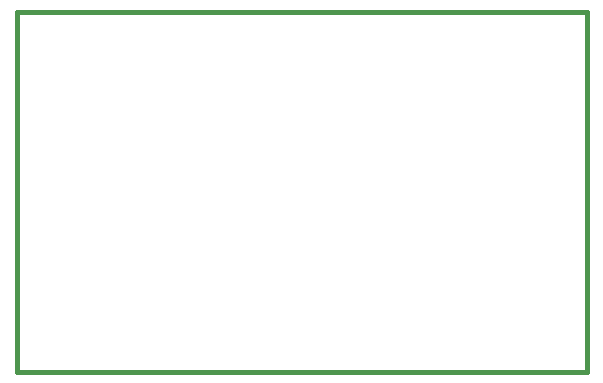
<source format=gbr>
G04 (created by PCBNEW-RS274X (2012-01-19 BZR 3256)-stable) date 1/26/2013 3:19:43 PM*
G01*
G70*
G90*
%MOIN*%
G04 Gerber Fmt 3.4, Leading zero omitted, Abs format*
%FSLAX34Y34*%
G04 APERTURE LIST*
%ADD10C,0.006000*%
%ADD11C,0.015000*%
G04 APERTURE END LIST*
G54D10*
G54D11*
X58500Y-44000D02*
X39500Y-44000D01*
X58500Y-56000D02*
X58500Y-44000D01*
X39500Y-56000D02*
X58500Y-56000D01*
X39500Y-44000D02*
X39500Y-56000D01*
M02*

</source>
